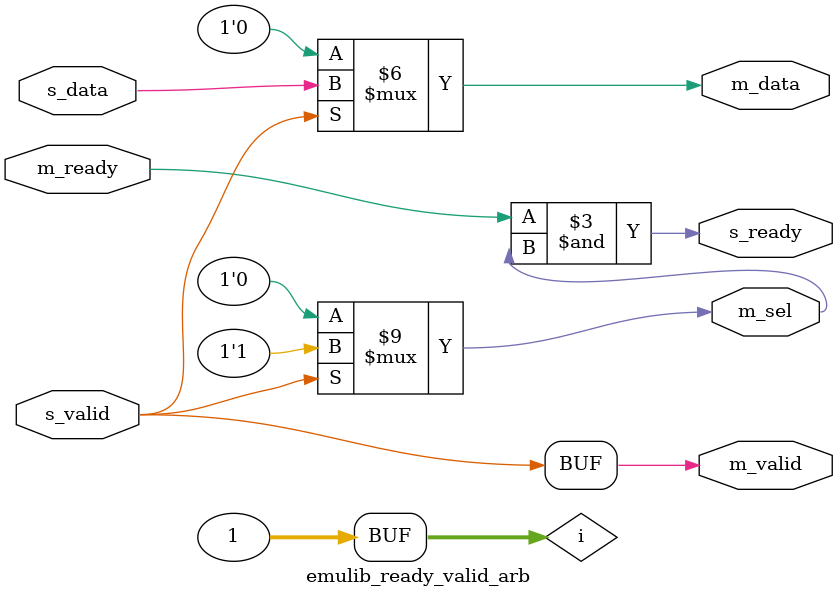
<source format=v>
`resetall
`timescale 1ns / 1ps
`default_nettype none

module emulib_ready_valid_arb #(
    parameter   NUM_S       = 1,
    parameter   DATA_WIDTH  = 1
)(
    input  wire [NUM_S-1:0]             s_valid,
    output wire [NUM_S-1:0]             s_ready,
    input  wire [DATA_WIDTH*NUM_S-1:0]  s_data,

    output wire                         m_valid,
    input  wire                         m_ready,
    output reg  [DATA_WIDTH-1:0]        m_data,
    output reg  [NUM_S-1:0]             m_sel
);

    integer i;

    always @* begin
        m_sel = {NUM_S{1'b0}};
        m_data = {DATA_WIDTH{1'b0}};
        for (i = 0; i < NUM_S; i = i + 1) begin
            if (s_valid[i]) begin
                m_sel = {{(NUM_S-1){1'b0}}, 1'b1} << i;
                m_data = s_data[i * DATA_WIDTH +: DATA_WIDTH];
            end
        end
    end

    assign s_ready = {NUM_S{m_ready}} & m_sel;
    assign m_valid = |s_valid;

endmodule

`resetall

</source>
